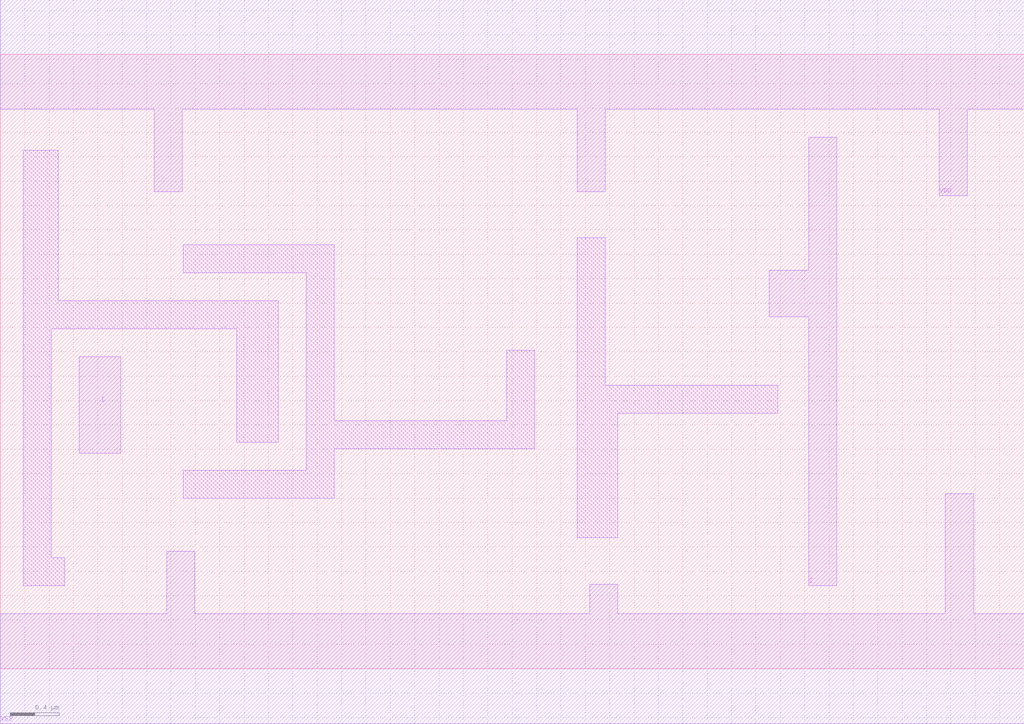
<source format=lef>
# Copyright 2022 GlobalFoundries PDK Authors
#
# Licensed under the Apache License, Version 2.0 (the "License");
# you may not use this file except in compliance with the License.
# You may obtain a copy of the License at
#
#      http://www.apache.org/licenses/LICENSE-2.0
#
# Unless required by applicable law or agreed to in writing, software
# distributed under the License is distributed on an "AS IS" BASIS,
# WITHOUT WARRANTIES OR CONDITIONS OF ANY KIND, either express or implied.
# See the License for the specific language governing permissions and
# limitations under the License.

MACRO gf180mcu_fd_sc_mcu9t5v0__dlyb_2
  CLASS core ;
  FOREIGN gf180mcu_fd_sc_mcu9t5v0__dlyb_2 0.0 0.0 ;
  ORIGIN 0 0 ;
  SYMMETRY X Y ;
  SITE GF018hv5v_green_sc9 ;
  SIZE 8.4 BY 5.04 ;
  PIN I
    DIRECTION INPUT ;
    ANTENNAGATEAREA 0.396 ;
    PORT
      LAYER Metal1 ;
        POLYGON 0.65 1.77 0.99 1.77 0.99 2.56 0.65 2.56  ;
    END
  END I
  PIN Z
    DIRECTION OUTPUT ;
    ANTENNADIFFAREA 1.9125 ;
    PORT
      LAYER Metal1 ;
        POLYGON 6.31 2.89 6.38 2.89 6.635 2.89 6.635 0.68 6.865 0.68 6.865 4.36 6.635 4.36 6.635 3.27 6.38 3.27 6.31 3.27  ;
    END
  END Z
  PIN VDD
    DIRECTION INOUT ;
    USE power ;
    SHAPE ABUTMENT ;
    PORT
      LAYER Metal1 ;
        POLYGON 0 4.59 1.265 4.59 1.265 3.915 1.495 3.915 1.495 4.59 4.385 4.59 4.735 4.59 4.735 3.915 4.965 3.915 4.965 4.59 6.38 4.59 7.705 4.59 7.705 3.88 7.935 3.88 7.935 4.59 8.4 4.59 8.4 5.49 6.38 5.49 4.385 5.49 0 5.49  ;
    END
  END VDD
  PIN VSS
    DIRECTION INOUT ;
    USE ground ;
    SHAPE ABUTMENT ;
    PORT
      LAYER Metal1 ;
        POLYGON 0 -0.45 8.4 -0.45 8.4 0.45 7.985 0.45 7.985 1.435 7.755 1.435 7.755 0.45 5.065 0.45 5.065 0.695 4.835 0.695 4.835 0.45 1.595 0.45 1.595 0.965 1.365 0.965 1.365 0.45 0 0.45  ;
    END
  END VSS
  OBS
      LAYER Metal1 ;
        POLYGON 0.42 2.79 1.94 2.79 1.94 1.86 2.28 1.86 2.28 3.02 0.475 3.02 0.475 4.255 0.19 4.255 0.19 0.68 0.53 0.68 0.53 0.91 0.42 0.91  ;
        POLYGON 1.5 3.25 2.51 3.25 2.51 1.63 1.5 1.63 1.5 1.4 2.74 1.4 2.74 1.805 4.385 1.805 4.385 2.615 4.155 2.615 4.155 2.035 2.74 2.035 2.74 3.48 1.5 3.48  ;
        POLYGON 4.735 1.075 5.065 1.075 5.065 2.095 6.38 2.095 6.38 2.325 4.965 2.325 4.965 3.535 4.735 3.535  ;
  END
END gf180mcu_fd_sc_mcu9t5v0__dlyb_2

</source>
